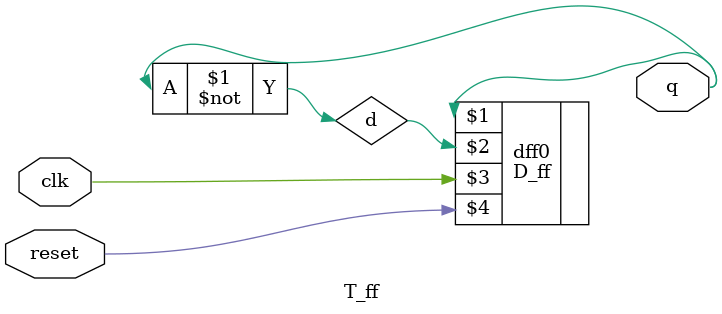
<source format=v>
module T_ff (q, clk, reset);
    input clk, reset;
    output q;
    
    wire d;
    
    D_ff dff0(q, d, clk, reset);
    not n1(d, q);
endmodule
</source>
